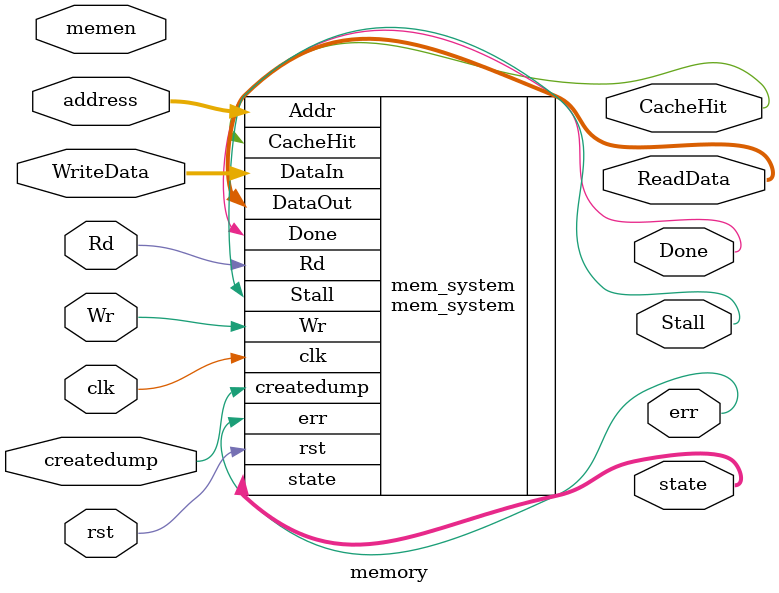
<source format=v>
/*
   CS/ECE 552 Spring '20

   Filename        : memory.v
   Description     : This module contains all components in the Memory stage of the
                     processor.
*/
module memory (memen, address, WriteData, clk, rst, createdump, ReadData, Done, Stall, CacheHit, err, Rd, Wr, state);

   input Rd, Wr, memen, createdump;
   input [15:0] address, WriteData;
   input clk, rst;
   output Done, Stall, CacheHit, err;
   output [15:0] ReadData;
   output [2:0] state;

   mem_system mem_system(/*AUTOARG*/
      // Outputs
      .DataOut(ReadData), .Done(Done), .Stall(Stall), .CacheHit(CacheHit), .err(err), .state(state),
      // Inputs
      .Addr(address), .DataIn(WriteData), .Rd(Rd), .Wr(Wr), .createdump(createdump), .clk(clk), .rst(rst)
      );


endmodule

</source>
